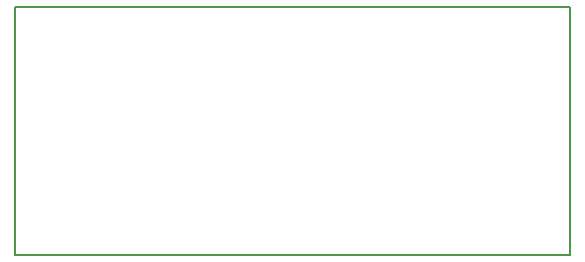
<source format=gm1>
G04 #@! TF.GenerationSoftware,KiCad,Pcbnew,(5.0.0)*
G04 #@! TF.CreationDate,2018-08-11T20:49:35+09:00*
G04 #@! TF.ProjectId,AD593x_impedance_analyzer,4144353933785F696D706564616E6365,rev?*
G04 #@! TF.SameCoordinates,Original*
G04 #@! TF.FileFunction,Profile,NP*
%FSLAX46Y46*%
G04 Gerber Fmt 4.6, Leading zero omitted, Abs format (unit mm)*
G04 Created by KiCad (PCBNEW (5.0.0)) date 08/11/18 20:49:35*
%MOMM*%
%LPD*%
G01*
G04 APERTURE LIST*
%ADD10C,0.150000*%
G04 APERTURE END LIST*
D10*
X120000000Y-95000000D02*
X73000000Y-95000000D01*
X120000000Y-74000000D02*
X120000000Y-95000000D01*
X73000000Y-74000000D02*
X120000000Y-74000000D01*
X73000000Y-95000000D02*
X73000000Y-74000000D01*
M02*

</source>
